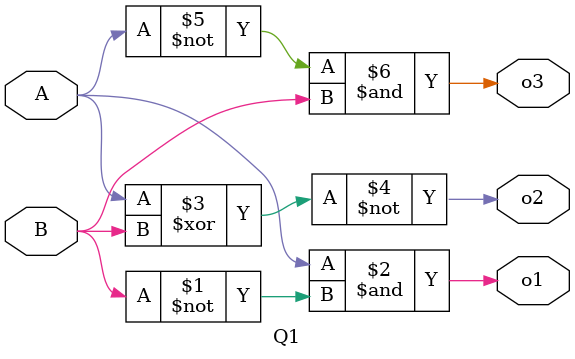
<source format=v>
module Q1(
    input A,
    input B,
    output o1,
    output o2,
    output o3
);

assign o1=(A & ~B);
assign o2=(~(A ^ B));
assign o3=(~A & B);

endmodule

</source>
